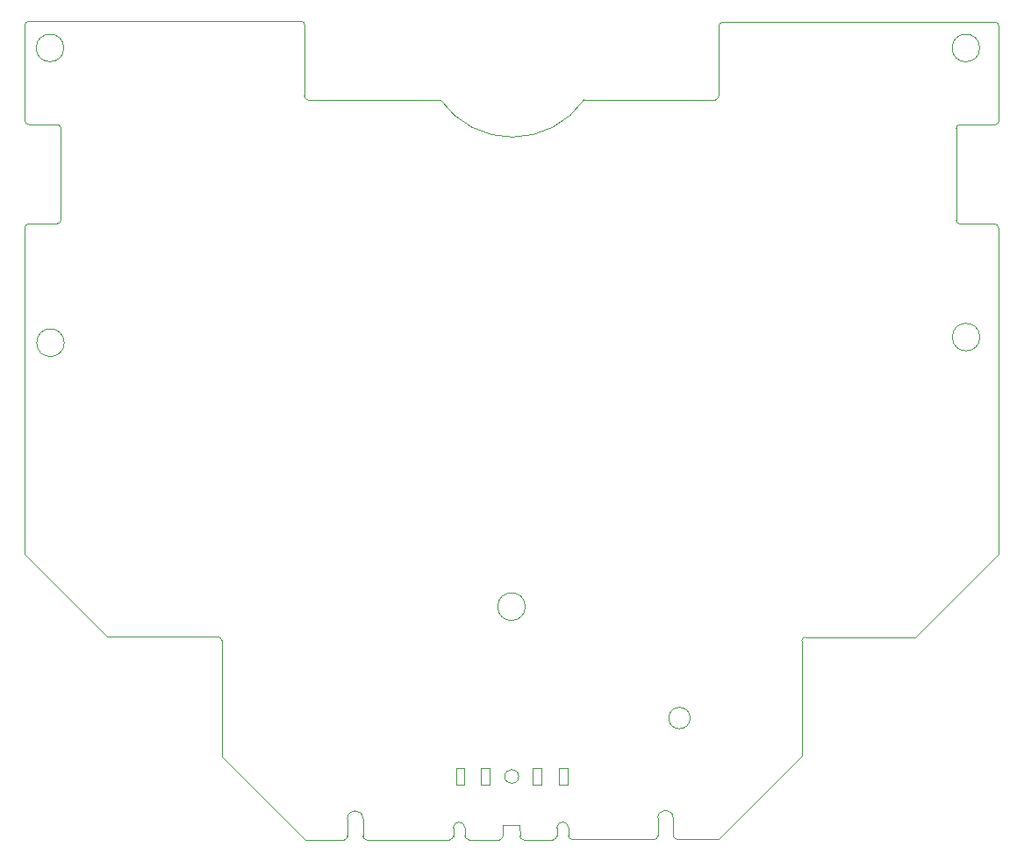
<source format=gbr>
%TF.GenerationSoftware,KiCad,Pcbnew,7.0.8*%
%TF.CreationDate,2023-12-31T22:49:09+00:00*%
%TF.ProjectId,pce-gt-controller,7063652d-6774-42d6-936f-6e74726f6c6c,BF1.1*%
%TF.SameCoordinates,Original*%
%TF.FileFunction,Profile,NP*%
%FSLAX46Y46*%
G04 Gerber Fmt 4.6, Leading zero omitted, Abs format (unit mm)*
G04 Created by KiCad (PCBNEW 7.0.8) date 2023-12-31 22:49:09*
%MOMM*%
%LPD*%
G01*
G04 APERTURE LIST*
%TA.AperFunction,Profile*%
%ADD10C,0.100000*%
%TD*%
%TA.AperFunction,Profile*%
%ADD11C,0.050000*%
%TD*%
G04 APERTURE END LIST*
D10*
X74675090Y-50872445D02*
G75*
G03*
X74317545Y-51230000I10J-357555D01*
G01*
X105072323Y-110382668D02*
G75*
G03*
X105429868Y-110025090I-23J357568D01*
G01*
X82267545Y-90752455D02*
X74317545Y-82802455D01*
X125640000Y-109200000D02*
X125640000Y-109990000D01*
X122080000Y-109992455D02*
G75*
G03*
X122437545Y-110350000I357600J55D01*
G01*
X135022323Y-110337568D02*
G75*
G03*
X135379868Y-109980000I-23J357568D01*
G01*
X168245090Y-82380000D02*
X168245090Y-82810000D01*
X141272268Y-38540000D02*
X141272268Y-31780000D01*
X116780000Y-109990000D02*
X116780000Y-109210000D01*
X136880000Y-108270000D02*
G75*
G03*
X135379868Y-108270000I-750066J0D01*
G01*
X114407815Y-38897406D02*
G75*
G03*
X128287275Y-38897406I6939730J4859253D01*
G01*
X166461494Y-61820000D02*
G75*
G03*
X166461494Y-61820000I-1330000J0D01*
G01*
X101289994Y-38539861D02*
G75*
G03*
X101647545Y-38897406I357606J61D01*
G01*
X141237545Y-110312455D02*
X137237545Y-110312455D01*
X122597545Y-87850000D02*
G75*
G03*
X122597545Y-87850000I-1330000J0D01*
G01*
X106930000Y-110000000D02*
X106930000Y-108315090D01*
X165067545Y-41307545D02*
X164530367Y-41307545D01*
X116780000Y-109210000D02*
G75*
G03*
X115660000Y-109210000I-560000J0D01*
G01*
X77785045Y-41650000D02*
G75*
G03*
X77427545Y-41292455I-357545J0D01*
G01*
X149260000Y-91155090D02*
X149260000Y-102290000D01*
X101325090Y-31680000D02*
X101290000Y-38539861D01*
X105072323Y-110382635D02*
X101347545Y-110382635D01*
X106930000Y-108315090D02*
G75*
G03*
X105429868Y-108315090I-750066J0D01*
G01*
X74675090Y-50872455D02*
X77427545Y-50872455D01*
X92947012Y-90752455D02*
X82267545Y-90752455D01*
X168302268Y-31772822D02*
X168302268Y-40440000D01*
X164172822Y-41665090D02*
X164172822Y-50530000D01*
X120074723Y-110354768D02*
G75*
G03*
X120432268Y-109997178I-23J357568D01*
G01*
X106929955Y-110000000D02*
G75*
G03*
X107287545Y-110357545I357545J0D01*
G01*
X122077545Y-108930000D02*
X122080000Y-109992455D01*
X74677545Y-31322500D02*
G75*
G03*
X74320000Y-31680000I-45J-357500D01*
G01*
X101325045Y-31680000D02*
G75*
G03*
X100967545Y-31322455I-357545J0D01*
G01*
X74317545Y-82802455D02*
X74317545Y-51230000D01*
X136880000Y-109954910D02*
X136880000Y-108270000D01*
X160257545Y-90797545D02*
X149617545Y-90797545D01*
X114407815Y-38897406D02*
X101647545Y-38897406D01*
X93304557Y-102339647D02*
X93304557Y-91110000D01*
X164530367Y-50887545D02*
X167887545Y-50887545D01*
X74320000Y-40934910D02*
X74320000Y-31680000D01*
X126759955Y-109980000D02*
G75*
G03*
X127117545Y-110337545I357545J0D01*
G01*
X140914723Y-38897568D02*
G75*
G03*
X141272268Y-38540000I-23J357568D01*
G01*
X105429868Y-108315090D02*
X105429868Y-110025090D01*
X120432268Y-109997178D02*
X120432268Y-108930000D01*
X167944723Y-31415277D02*
X167707545Y-31415277D01*
X125282455Y-110347545D02*
X122437545Y-110350000D01*
X135022323Y-110337545D02*
X127117545Y-110337545D01*
X164530367Y-41307522D02*
G75*
G03*
X164172822Y-41665090I33J-357578D01*
G01*
X74319945Y-40934910D02*
G75*
G03*
X74677545Y-41292455I357555J10D01*
G01*
X120432268Y-108930000D02*
X122077545Y-108930000D01*
X168302323Y-31772822D02*
G75*
G03*
X167944723Y-31415277I-357623J-78D01*
G01*
X135379868Y-108270000D02*
X135379868Y-109980000D01*
X126760000Y-109980000D02*
X126760000Y-109200000D01*
X93304545Y-91110000D02*
G75*
G03*
X92947012Y-90752455I-357445J100D01*
G01*
X168245090Y-51245090D02*
X168245090Y-82380000D01*
X128287275Y-38897406D02*
X140907545Y-38897406D01*
X78067545Y-33900000D02*
G75*
G03*
X78067545Y-33900000I-1330000J0D01*
G01*
X77427545Y-41292455D02*
X74677545Y-41292455D01*
X115660000Y-109210000D02*
X115660000Y-110000000D01*
X167944723Y-41307545D02*
X165067545Y-41307545D01*
X166441494Y-33900000D02*
G75*
G03*
X166441494Y-33900000I-1330000J0D01*
G01*
X149617545Y-90797500D02*
G75*
G03*
X149260000Y-91155090I55J-357600D01*
G01*
X167944723Y-41307568D02*
G75*
G03*
X168302268Y-40950000I-23J357568D01*
G01*
X141630367Y-31415277D02*
X167707545Y-31415277D01*
X168245090Y-82810000D02*
X160257545Y-90797545D01*
X77427545Y-50872490D02*
G75*
G03*
X77785090Y-50514910I-45J357590D01*
G01*
X126760000Y-109200000D02*
G75*
G03*
X125640000Y-109200000I-560000J0D01*
G01*
X138507546Y-98610000D02*
G75*
G03*
X138507546Y-98610000I-1032376J0D01*
G01*
X116779955Y-109990000D02*
G75*
G03*
X117137545Y-110347545I357545J0D01*
G01*
X77785090Y-50514910D02*
X77785090Y-41650000D01*
X120074723Y-110354723D02*
X117137545Y-110347545D01*
X74677545Y-31322455D02*
X100967545Y-31322455D01*
X168302268Y-40950000D02*
X168302268Y-40440000D01*
X101347545Y-110382635D02*
X93304557Y-102339647D01*
X168245055Y-51245090D02*
G75*
G03*
X167887545Y-50887545I-357455J90D01*
G01*
X115302455Y-110357545D02*
X107287545Y-110357545D01*
X149260000Y-102290000D02*
X141237545Y-110312455D01*
X115302455Y-110357500D02*
G75*
G03*
X115660000Y-110000000I45J357500D01*
G01*
X136879945Y-109954910D02*
G75*
G03*
X137237545Y-110312455I357555J10D01*
G01*
X164172855Y-50530000D02*
G75*
G03*
X164530367Y-50887545I357445J-100D01*
G01*
X125282455Y-110347500D02*
G75*
G03*
X125640000Y-109990000I45J357500D01*
G01*
X78111494Y-62360000D02*
G75*
G03*
X78111494Y-62360000I-1330000J0D01*
G01*
X141630367Y-31415322D02*
G75*
G03*
X141272822Y-31772822I-67J-357478D01*
G01*
D11*
%TO.C,J800*%
X115923795Y-103452500D02*
X116733795Y-103452500D01*
X116733795Y-103452500D02*
X116733795Y-105082500D01*
X116733795Y-105082500D02*
X115923795Y-105082500D01*
X115923795Y-105082500D02*
X115923795Y-103452500D01*
X118353795Y-103452500D02*
X119163795Y-103452500D01*
X119163795Y-103452500D02*
X119163795Y-105082500D01*
X119163795Y-105082500D02*
X118353795Y-105082500D01*
X118353795Y-105082500D02*
X118353795Y-103452500D01*
X123303795Y-103452500D02*
X124113795Y-103452500D01*
X124113795Y-103452500D02*
X124113795Y-105082500D01*
X124113795Y-105082500D02*
X123303795Y-105082500D01*
X123303795Y-105082500D02*
X123303795Y-103452500D01*
X125853795Y-103452500D02*
X126663795Y-103452500D01*
X126663795Y-103452500D02*
X126663795Y-105082500D01*
X126663795Y-105082500D02*
X125853795Y-105082500D01*
X125853795Y-105082500D02*
X125853795Y-103452500D01*
X121963795Y-104252500D02*
G75*
G03*
X121963795Y-104252500I-672681J0D01*
G01*
%TD*%
M02*

</source>
